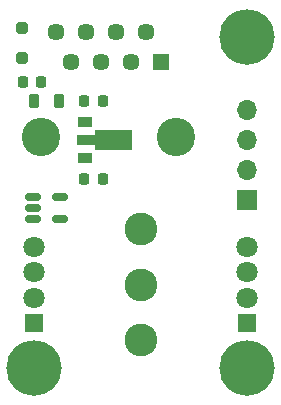
<source format=gbr>
%TF.GenerationSoftware,KiCad,Pcbnew,7.0.10*%
%TF.CreationDate,2025-01-30T23:30:39+01:00*%
%TF.ProjectId,Panel,50616e65-6c2e-46b6-9963-61645f706362,rev?*%
%TF.SameCoordinates,Original*%
%TF.FileFunction,Soldermask,Top*%
%TF.FilePolarity,Negative*%
%FSLAX46Y46*%
G04 Gerber Fmt 4.6, Leading zero omitted, Abs format (unit mm)*
G04 Created by KiCad (PCBNEW 7.0.10) date 2025-01-30 23:30:39*
%MOMM*%
%LPD*%
G01*
G04 APERTURE LIST*
G04 Aperture macros list*
%AMRoundRect*
0 Rectangle with rounded corners*
0 $1 Rounding radius*
0 $2 $3 $4 $5 $6 $7 $8 $9 X,Y pos of 4 corners*
0 Add a 4 corners polygon primitive as box body*
4,1,4,$2,$3,$4,$5,$6,$7,$8,$9,$2,$3,0*
0 Add four circle primitives for the rounded corners*
1,1,$1+$1,$2,$3*
1,1,$1+$1,$4,$5*
1,1,$1+$1,$6,$7*
1,1,$1+$1,$8,$9*
0 Add four rect primitives between the rounded corners*
20,1,$1+$1,$2,$3,$4,$5,0*
20,1,$1+$1,$4,$5,$6,$7,0*
20,1,$1+$1,$6,$7,$8,$9,0*
20,1,$1+$1,$8,$9,$2,$3,0*%
%AMFreePoly0*
4,1,9,3.862500,-0.866500,0.737500,-0.866500,0.737500,-0.450000,-0.737500,-0.450000,-0.737500,0.450000,0.737500,0.450000,0.737500,0.866500,3.862500,0.866500,3.862500,-0.866500,3.862500,-0.866500,$1*%
G04 Aperture macros list end*
%ADD10R,1.500000X1.500000*%
%ADD11C,1.800000*%
%ADD12C,2.775000*%
%ADD13C,4.700000*%
%ADD14R,1.300000X0.900000*%
%ADD15FreePoly0,0.000000*%
%ADD16RoundRect,0.250000X0.250000X-0.250000X0.250000X0.250000X-0.250000X0.250000X-0.250000X-0.250000X0*%
%ADD17RoundRect,0.218750X-0.218750X-0.381250X0.218750X-0.381250X0.218750X0.381250X-0.218750X0.381250X0*%
%ADD18RoundRect,0.225000X-0.225000X-0.250000X0.225000X-0.250000X0.225000X0.250000X-0.225000X0.250000X0*%
%ADD19RoundRect,0.150000X-0.512500X-0.150000X0.512500X-0.150000X0.512500X0.150000X-0.512500X0.150000X0*%
%ADD20R,1.700000X1.700000*%
%ADD21O,1.700000X1.700000*%
%ADD22C,3.250000*%
%ADD23R,1.446000X1.446000*%
%ADD24C,1.446000*%
G04 APERTURE END LIST*
D10*
%TO.C,D3*%
X171000000Y-94238500D03*
D11*
X171000000Y-92079500D03*
X171000000Y-89920500D03*
X171000000Y-87761500D03*
%TD*%
D10*
%TO.C,D1*%
X153000000Y-94238500D03*
D11*
X153000000Y-92079500D03*
X153000000Y-89920500D03*
X153000000Y-87761500D03*
%TD*%
D12*
%TO.C,S1*%
X162000000Y-95700000D03*
X162000000Y-91000000D03*
X162000000Y-86300000D03*
%TD*%
D13*
%TO.C,H3*%
X171000000Y-98000000D03*
%TD*%
D14*
%TO.C,U1*%
X157300000Y-77239000D03*
D15*
X157387500Y-78739000D03*
D14*
X157300000Y-80239000D03*
%TD*%
D16*
%TO.C,D2*%
X151970000Y-71750000D03*
X151970000Y-69250000D03*
%TD*%
D17*
%TO.C,L1*%
X152937500Y-75438000D03*
X155062500Y-75438000D03*
%TD*%
D18*
%TO.C,C2*%
X157225000Y-82000000D03*
X158775000Y-82000000D03*
%TD*%
%TO.C,C3*%
X151998000Y-73787000D03*
X153548000Y-73787000D03*
%TD*%
D13*
%TO.C,H1*%
X171000000Y-70000000D03*
%TD*%
D19*
%TO.C,U2*%
X152862500Y-83550000D03*
X152862500Y-84500000D03*
X152862500Y-85450000D03*
X155137500Y-85450000D03*
X155137500Y-83550000D03*
%TD*%
D13*
%TO.C,H2*%
X153000000Y-98000000D03*
%TD*%
D18*
%TO.C,C1*%
X157225000Y-75438000D03*
X158775000Y-75438000D03*
%TD*%
D20*
%TO.C,J2*%
X171000000Y-83800000D03*
D21*
X171000000Y-81260000D03*
X171000000Y-78720000D03*
X171000000Y-76180000D03*
%TD*%
D22*
%TO.C,J1*%
X165000000Y-78500000D03*
X153570000Y-78500000D03*
D23*
X163730000Y-72150000D03*
D24*
X162460000Y-69610000D03*
X161190000Y-72150000D03*
X159920000Y-69610000D03*
X158650000Y-72150000D03*
X157380000Y-69610000D03*
X156110000Y-72150000D03*
X154840000Y-69610000D03*
%TD*%
M02*

</source>
